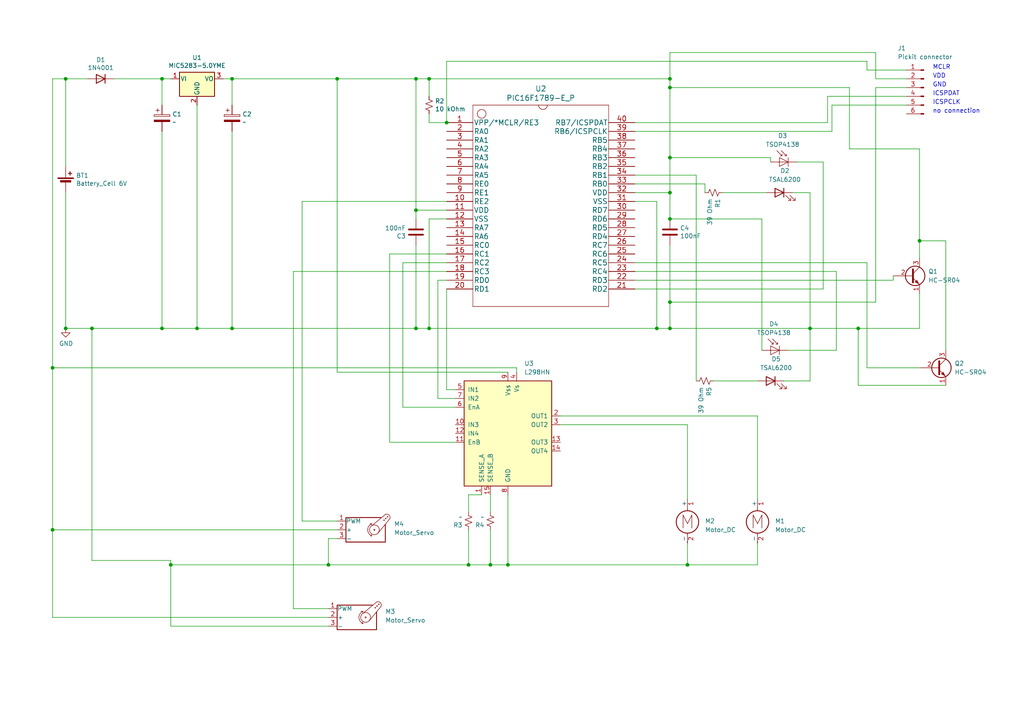
<source format=kicad_sch>
(kicad_sch (version 20231120) (generator "eeschema") (generator_version "8.0")
  (paper "A4")
  (lib_symbols
    (symbol "2022-10-11_09-49-49:PIC16F1789-E_P" (pin_names (offset 0.254))
      (property "Reference" "U" (at 24.13 12.7 0))
      (property "Value" "PIC16F1789-E_P" (at 24.13 10.16 0))
      (symbol "PIC16F1789-E_P_1_1"
        (polyline (pts (xy 7.62 5.08) (xy 7.62 -53.34)) (stroke (width 0.127)))
        (polyline (pts (xy 7.62 5.08) (xy 46.99 5.08)))
        (polyline (pts (xy 46.99 -53.34) (xy 7.62 -53.34)))
        (polyline (pts (xy 46.99 -53.34) (xy 46.99 5.08)) (stroke (width 0.127)))
        (circle (center 10.16 2.54) (radius 1.27))
        (arc (start 26.67 5.08) (mid 27.94 3.81) (end 29.21 5.08))
        (pin bidirectional line (at 0 0 0) (length 7.62) (name "VPP/*MCLR/RE3") (number "1"))
        (pin bidirectional line (at 0 -22.86 0) (length 7.62) (name "RE2") (number "10"))
        (pin power_in line (at 0 -25.4 0) (length 7.62) (name "VDD") (number "11"))
        (pin power_in line (at 0 -27.94 0) (length 7.62) (name "VSS") (number "12"))
        (pin bidirectional line (at 0 -30.48 0) (length 7.62) (name "RA7") (number "13"))
        (pin bidirectional line (at 0 -33.02 0) (length 7.62) (name "RA6") (number "14"))
        (pin bidirectional line (at 0 -35.56 0) (length 7.62) (name "RC0") (number "15"))
        (pin bidirectional line (at 0 -38.1 0) (length 7.62) (name "RC1") (number "16"))
        (pin bidirectional line (at 0 -40.64 0) (length 7.62) (name "RC2") (number "17"))
        (pin bidirectional line (at 0 -43.18 0) (length 7.62) (name "RC3") (number "18"))
        (pin bidirectional line (at 0 -45.72 0) (length 7.62) (name "RD0") (number "19"))
        (pin bidirectional line (at 0 -2.54 0) (length 7.62) (name "RA0") (number "2"))
        (pin bidirectional line (at 0 -48.26 0) (length 7.62) (name "RD1") (number "20"))
        (pin bidirectional line (at 54.61 -48.26 180) (length 7.62) (name "RD2") (number "21"))
        (pin bidirectional line (at 54.61 -45.72 180) (length 7.62) (name "RD3") (number "22"))
        (pin bidirectional line (at 54.61 -43.18 180) (length 7.62) (name "RC4") (number "23"))
        (pin bidirectional line (at 54.61 -40.64 180) (length 7.62) (name "RC5") (number "24"))
        (pin bidirectional line (at 54.61 -38.1 180) (length 7.62) (name "RC6") (number "25"))
        (pin bidirectional line (at 54.61 -35.56 180) (length 7.62) (name "RC7") (number "26"))
        (pin bidirectional line (at 54.61 -33.02 180) (length 7.62) (name "RD4") (number "27"))
        (pin bidirectional line (at 54.61 -30.48 180) (length 7.62) (name "RD5") (number "28"))
        (pin bidirectional line (at 54.61 -27.94 180) (length 7.62) (name "RD6") (number "29"))
        (pin bidirectional line (at 0 -5.08 0) (length 7.62) (name "RA1") (number "3"))
        (pin bidirectional line (at 54.61 -25.4 180) (length 7.62) (name "RD7") (number "30"))
        (pin power_in line (at 54.61 -22.86 180) (length 7.62) (name "VSS") (number "31"))
        (pin power_in line (at 54.61 -20.32 180) (length 7.62) (name "VDD") (number "32"))
        (pin bidirectional line (at 54.61 -17.78 180) (length 7.62) (name "RB0") (number "33"))
        (pin bidirectional line (at 54.61 -15.24 180) (length 7.62) (name "RB1") (number "34"))
        (pin bidirectional line (at 54.61 -12.7 180) (length 7.62) (name "RB2") (number "35"))
        (pin bidirectional line (at 54.61 -10.16 180) (length 7.62) (name "RB3") (number "36"))
        (pin bidirectional line (at 54.61 -7.62 180) (length 7.62) (name "RB4") (number "37"))
        (pin bidirectional line (at 54.61 -5.08 180) (length 7.62) (name "RB5") (number "38"))
        (pin bidirectional line (at 54.61 -2.54 180) (length 7.62) (name "RB6/ICSPCLK") (number "39"))
        (pin bidirectional line (at 0 -7.62 0) (length 7.62) (name "RA2") (number "4"))
        (pin bidirectional line (at 54.61 0 180) (length 7.62) (name "RB7/ICSPDAT") (number "40"))
        (pin bidirectional line (at 0 -10.16 0) (length 7.62) (name "RA3") (number "5"))
        (pin bidirectional line (at 0 -12.7 0) (length 7.62) (name "RA4") (number "6"))
        (pin bidirectional line (at 0 -15.24 0) (length 7.62) (name "RA5") (number "7"))
        (pin bidirectional line (at 0 -17.78 0) (length 7.62) (name "RE0") (number "8"))
        (pin bidirectional line (at 0 -20.32 0) (length 7.62) (name "RE1") (number "9"))
      )
    )
    (symbol "Device:Battery_Cell" (pin_numbers hide) (pin_names (offset 0) hide)
      (property "Reference" "BT" (at 2.54 2.54 0))
      (property "Value" "Battery_Cell" (at 2.54 0 0))
      (symbol "Battery_Cell_0_1"
        (rectangle (start -2.286 1.778) (end 2.286 1.524) (fill (type outline)))
        (rectangle (start -1.524 1.016) (end 1.524 0.508) (fill (type outline)))
        (polyline (pts (xy 0 0.762) (xy 0 0)))
        (polyline (pts (xy 0 1.778) (xy 0 2.54)))
        (polyline (pts (xy 0.762 3.048) (xy 1.778 3.048)) (stroke (width 0.254)))
        (polyline (pts (xy 1.27 3.556) (xy 1.27 2.54)) (stroke (width 0.254)))
      )
      (symbol "Battery_Cell_1_1"
        (pin passive line (at 0 5.08 270) (length 2.54) (name "+") (number "1"))
        (pin passive line (at 0 -2.54 90) (length 2.54) (name "-") (number "2"))
      )
    )
    (symbol "Device:C" (pin_numbers hide) (pin_names (offset 0.254))
      (property "Reference" "C" (at 0.635 2.54 0))
      (property "Value" "C" (at 0.635 -2.54 0))
      (symbol "C_0_1"
        (polyline (pts (xy -2.032 -0.762) (xy 2.032 -0.762)) (stroke (width 0.508)))
        (polyline (pts (xy -2.032 0.762) (xy 2.032 0.762)) (stroke (width 0.508)))
      )
      (symbol "C_1_1"
        (pin passive line (at 0 3.81 270) (length 2.794) (name "~") (number "1"))
        (pin passive line (at 0 -3.81 90) (length 2.794) (name "~") (number "2"))
      )
    )
    (symbol "Device:LED" (pin_numbers hide) (pin_names (offset 1.016) hide)
      (property "Reference" "D" (at 0 2.54 0))
      (property "Value" "LED" (at 0 -2.54 0))
      (symbol "LED_0_1"
        (polyline (pts (xy -1.27 -1.27) (xy -1.27 1.27)) (stroke (width 0.254)))
        (polyline (pts (xy -1.27 0) (xy 1.27 0)))
        (polyline (pts (xy 1.27 -1.27) (xy 1.27 1.27) (xy -1.27 0) (xy 1.27 -1.27)) (stroke (width 0.254)))
        (polyline (pts (xy -3.048 -0.762) (xy -4.572 -2.286) (xy -3.81 -2.286) (xy -4.572 -2.286) (xy -4.572 -1.524)))
        (polyline (pts (xy -1.778 -0.762) (xy -3.302 -2.286) (xy -2.54 -2.286) (xy -3.302 -2.286) (xy -3.302 -1.524)))
      )
      (symbol "LED_1_1"
        (pin passive line (at -3.81 0 0) (length 2.54) (name "K") (number "1"))
        (pin passive line (at 3.81 0 180) (length 2.54) (name "A") (number "2"))
      )
    )
    (symbol "Device:R_Small_US" (pin_numbers hide) (pin_names (offset 0.254) hide)
      (property "Reference" "R" (at 0.762 0.508 0))
      (property "Value" "R_Small_US" (at 0.762 -1.016 0))
      (symbol "R_Small_US_1_1"
        (polyline (pts (xy 0 0) (xy 1.016 -0.381) (xy 0 -0.762) (xy -1.016 -1.143) (xy 0 -1.524)))
        (polyline (pts (xy 0 1.524) (xy 1.016 1.143) (xy 0 0.762) (xy -1.016 0.381) (xy 0 0)))
        (pin passive line (at 0 2.54 270) (length 1.016) (name "~") (number "1"))
        (pin passive line (at 0 -2.54 90) (length 1.016) (name "~") (number "2"))
      )
    )
    (symbol "Diode:1N4001" (pin_numbers hide) (pin_names hide)
      (property "Reference" "D" (at 0 2.54 0))
      (property "Value" "1N4001" (at 0 -2.54 0))
      (symbol "1N4001_0_1"
        (polyline (pts (xy -1.27 1.27) (xy -1.27 -1.27)) (stroke (width 0.254)))
        (polyline (pts (xy 1.27 0) (xy -1.27 0)))
        (polyline (pts (xy 1.27 1.27) (xy 1.27 -1.27) (xy -1.27 0) (xy 1.27 1.27)) (stroke (width 0.254)))
      )
      (symbol "1N4001_1_1"
        (pin passive line (at -3.81 0 0) (length 2.54) (name "K") (number "1"))
        (pin passive line (at 3.81 0 180) (length 2.54) (name "A") (number "2"))
      )
    )
    (symbol "Driver_Motor:L298HN" (pin_names (offset 1.016))
      (property "Reference" "U" (at -10.16 16.51 0))
      (property "Value" "L298HN" (at 12.7 16.51 0))
      (symbol "L298HN_0_1"
        (rectangle (start -12.7 15.24) (end 12.7 -15.24) (stroke (width 0.254)) (fill (type background)))
      )
      (symbol "L298HN_1_1"
        (pin power_in line (at -7.62 -17.78 90) (length 2.54) (name "SENSE_A") (number "1"))
        (pin input line (at -15.24 2.54 0) (length 2.54) (name "IN3") (number "10"))
        (pin input line (at -15.24 -2.54 0) (length 2.54) (name "EnB") (number "11"))
        (pin input line (at -15.24 0 0) (length 2.54) (name "IN4") (number "12"))
        (pin output line (at 15.24 -2.54 180) (length 2.54) (name "OUT3") (number "13"))
        (pin output line (at 15.24 -5.08 180) (length 2.54) (name "OUT4") (number "14"))
        (pin power_in line (at -5.08 -17.78 90) (length 2.54) (name "SENSE_B") (number "15"))
        (pin output line (at 15.24 5.08 180) (length 2.54) (name "OUT1") (number "2"))
        (pin output line (at 15.24 2.54 180) (length 2.54) (name "OUT2") (number "3"))
        (pin power_in line (at 2.54 17.78 270) (length 2.54) (name "Vs") (number "4"))
        (pin input line (at -15.24 12.7 0) (length 2.54) (name "IN1") (number "5"))
        (pin input line (at -15.24 7.62 0) (length 2.54) (name "EnA") (number "6"))
        (pin input line (at -15.24 10.16 0) (length 2.54) (name "IN2") (number "7"))
        (pin power_in line (at 0 -17.78 90) (length 2.54) (name "GND") (number "8"))
        (pin power_in line (at 0 17.78 270) (length 2.54) (name "Vss") (number "9"))
      )
    )
    (symbol "EMB_Blinky-rescue:CP-Device" (pin_numbers hide) (pin_names (offset 0.254))
      (property "Reference" "C" (at 0.635 2.54 0))
      (property "Value" "Device_CP" (at 0.635 -2.54 0))
      (symbol "CP-Device_0_1"
        (rectangle (start -2.286 0.508) (end 2.286 1.016))
        (polyline (pts (xy -1.778 2.286) (xy -0.762 2.286)))
        (polyline (pts (xy -1.27 2.794) (xy -1.27 1.778)))
        (rectangle (start 2.286 -0.508) (end -2.286 -1.016) (fill (type outline)))
      )
      (symbol "CP-Device_1_1"
        (pin passive line (at 0 3.81 270) (length 2.794) (name "~") (number "1"))
        (pin passive line (at 0 -3.81 90) (length 2.794) (name "~") (number "2"))
      )
    )
    (symbol "EMB_Blinky-rescue:Conn_01x06_Male-Connector" (pin_names (offset 1.016) hide)
      (property "Reference" "J" (at 0 7.62 0))
      (property "Value" "Connector_Conn_01x06_Male" (at 0 -10.16 0))
      (symbol "Conn_01x06_Male-Connector_1_1"
        (polyline (pts (xy 1.27 -7.62) (xy 0.8636 -7.62)) (stroke (width 0.1524)))
        (polyline (pts (xy 1.27 -5.08) (xy 0.8636 -5.08)) (stroke (width 0.1524)))
        (polyline (pts (xy 1.27 -2.54) (xy 0.8636 -2.54)) (stroke (width 0.1524)))
        (polyline (pts (xy 1.27 0) (xy 0.8636 0)) (stroke (width 0.1524)))
        (polyline (pts (xy 1.27 2.54) (xy 0.8636 2.54)) (stroke (width 0.1524)))
        (polyline (pts (xy 1.27 5.08) (xy 0.8636 5.08)) (stroke (width 0.1524)))
        (rectangle (start 0.8636 -7.493) (end 0 -7.747) (stroke (width 0.1524)) (fill (type outline)))
        (rectangle (start 0.8636 -4.953) (end 0 -5.207) (stroke (width 0.1524)) (fill (type outline)))
        (rectangle (start 0.8636 -2.413) (end 0 -2.667) (stroke (width 0.1524)) (fill (type outline)))
        (rectangle (start 0.8636 0.127) (end 0 -0.127) (stroke (width 0.1524)) (fill (type outline)))
        (rectangle (start 0.8636 2.667) (end 0 2.413) (stroke (width 0.1524)) (fill (type outline)))
        (rectangle (start 0.8636 5.207) (end 0 4.953) (stroke (width 0.1524)) (fill (type outline)))
        (pin passive line (at 5.08 5.08 180) (length 3.81) (name "Pin_1") (number "1"))
        (pin passive line (at 5.08 2.54 180) (length 3.81) (name "Pin_2") (number "2"))
        (pin passive line (at 5.08 0 180) (length 3.81) (name "Pin_3") (number "3"))
        (pin passive line (at 5.08 -2.54 180) (length 3.81) (name "Pin_4") (number "4"))
        (pin passive line (at 5.08 -5.08 180) (length 3.81) (name "Pin_5") (number "5"))
        (pin passive line (at 5.08 -7.62 180) (length 3.81) (name "Pin_6") (number "6"))
      )
    )
    (symbol "EMB_Blinky-rescue:GND-power" (power) (pin_names (offset 0))
      (property "Value" "power_GND" (at 0 -3.81 0))
      (symbol "GND-power_0_1"
        (polyline (pts (xy 0 0) (xy 0 -1.27) (xy 1.27 -1.27) (xy 0 -2.54) (xy -1.27 -1.27) (xy 0 -1.27)))
      )
      (symbol "GND-power_1_1"
        (pin power_in line (at 0 0 270) (length 0) hide (name "GND") (number "1"))
      )
    )
    (symbol "Motor:Motor_DC" (pin_names (offset 0))
      (property "Reference" "M" (at 2.54 2.54 0))
      (property "Value" "Motor_DC" (at 2.54 -5.08 0))
      (symbol "Motor_DC_0_0"
        (polyline (pts (xy -1.27 -3.302) (xy -1.27 0.508) (xy 0 -2.032) (xy 1.27 0.508) (xy 1.27 -3.302)))
      )
      (symbol "Motor_DC_0_1"
        (circle (center 0 -1.524) (radius 3.2512) (stroke (width 0.254)))
        (polyline (pts (xy 0 -7.62) (xy 0 -7.112)))
        (polyline (pts (xy 0 -4.7752) (xy 0 -5.1816)))
        (polyline (pts (xy 0 1.7272) (xy 0 2.0828)))
        (polyline (pts (xy 0 2.032) (xy 0 2.54)))
      )
      (symbol "Motor_DC_1_1"
        (pin passive line (at 0 5.08 270) (length 2.54) (name "+") (number "1"))
        (pin passive line (at 0 -7.62 90) (length 2.54) (name "-") (number "2"))
      )
    )
    (symbol "Motor:Motor_Servo" (pin_names (offset 0.0254))
      (property "Reference" "M" (at -5.08 4.445 0))
      (property "Value" "Motor_Servo" (at -5.08 -4.064 0))
      (symbol "Motor_Servo_0_1"
        (polyline (pts (xy 2.413 -1.778) (xy 2.032 -1.778)))
        (polyline (pts (xy 2.413 -1.778) (xy 2.286 -1.397)))
        (polyline (pts (xy 2.413 1.778) (xy 1.905 1.778)))
        (polyline (pts (xy 2.413 1.778) (xy 2.286 1.397)))
        (polyline (pts (xy 6.35 4.445) (xy 2.54 1.27)))
        (polyline (pts (xy 7.62 3.175) (xy 4.191 -1.016)))
        (polyline (pts (xy 5.08 3.556) (xy -5.08 3.556) (xy -5.08 -3.556) (xy 6.35 -3.556) (xy 6.35 1.524)) (stroke (width 0.254)))
        (arc (start 2.413 1.778) (mid 1.2406 0) (end 2.413 -1.778))
        (circle (center 3.175 0) (radius 0.1778))
        (circle (center 3.175 0) (radius 1.4224))
        (circle (center 5.969 2.794) (radius 0.127))
        (circle (center 6.477 3.302) (radius 0.127))
        (circle (center 6.985 3.81) (radius 0.127))
        (arc (start 7.62 3.175) (mid 7.4485 4.2735) (end 6.35 4.445))
      )
      (symbol "Motor_Servo_1_1"
        (pin passive line (at -7.62 2.54 0) (length 2.54) (name "PWM") (number "1"))
        (pin passive line (at -7.62 0 0) (length 2.54) (name "+") (number "2"))
        (pin passive line (at -7.62 -2.54 0) (length 2.54) (name "-") (number "3"))
      )
    )
    (symbol "Regulator_Linear:LM7805_TO220" (pin_names (offset 0.254))
      (property "Reference" "U" (at -3.81 3.175 0))
      (property "Value" "LM7805_TO220" (at 0 3.175 0))
      (symbol "LM7805_TO220_0_1"
        (rectangle (start -5.08 1.905) (end 5.08 -5.08) (stroke (width 0.254)) (fill (type background)))
      )
      (symbol "LM7805_TO220_1_1"
        (pin power_in line (at -7.62 0 0) (length 2.54) (name "VI") (number "1"))
        (pin power_in line (at 0 -7.62 90) (length 2.54) (name "GND") (number "2"))
        (pin power_out line (at 7.62 0 180) (length 2.54) (name "VO") (number "3"))
      )
    )
    (symbol "Sensor_Optical:SFH203FA" (pin_numbers hide) (pin_names hide)
      (property "Reference" "D" (at 0.508 1.778 0))
      (property "Value" "SFH203FA" (at -1.016 -2.794 0))
      (symbol "SFH203FA_0_1"
        (polyline (pts (xy -2.54 0) (xy 0 0)))
        (polyline (pts (xy -2.54 1.27) (xy -2.54 -1.27)) (stroke (width 0.1524)))
        (polyline (pts (xy -2.032 1.778) (xy -1.524 1.778)))
        (polyline (pts (xy 0 -1.27) (xy 0 1.27)))
        (polyline (pts (xy -0.508 3.302) (xy -2.032 1.778) (xy -2.032 2.286)))
        (polyline (pts (xy 0 1.27) (xy -2.54 0) (xy 0 -1.27)))
        (polyline (pts (xy 0.762 3.302) (xy -0.762 1.778) (xy -0.762 2.286) (xy -0.762 1.778) (xy -0.254 1.778)))
      )
      (symbol "SFH203FA_1_1"
        (pin passive line (at -5.08 0 0) (length 2.54) (name "K") (number "1"))
        (pin passive line (at 2.54 0 180) (length 2.54) (name "A") (number "2"))
      )
    )
    (symbol "Transistor_BJT:BC107" (pin_names (offset 0) hide)
      (property "Reference" "Q" (at 5.08 1.905 0))
      (property "Value" "BC107" (at 5.08 0 0))
      (symbol "BC107_0_1"
        (polyline (pts (xy 0.635 0.635) (xy 2.54 2.54)))
        (polyline (pts (xy 0.635 -0.635) (xy 2.54 -2.54) (xy 2.54 -2.54)))
        (polyline (pts (xy 0.635 1.905) (xy 0.635 -1.905) (xy 0.635 -1.905)) (stroke (width 0.508)))
        (polyline (pts (xy 1.27 -1.778) (xy 1.778 -1.27) (xy 2.286 -2.286) (xy 1.27 -1.778) (xy 1.27 -1.778)) (fill (type outline)))
        (circle (center 1.27 0) (radius 2.8194) (stroke (width 0.254)))
      )
      (symbol "BC107_1_1"
        (pin passive line (at 2.54 -5.08 90) (length 2.54) (name "E") (number "1"))
        (pin input line (at -5.08 0 0) (length 5.715) (name "B") (number "2"))
        (pin passive line (at 2.54 5.08 270) (length 2.54) (name "C") (number "3"))
      )
    )
  )
  (junction (at 19.05 95.25))
  (junction (at 49.53 163.83))
  (junction (at 46.99 22.86))
  (junction (at 124.46 95.25))
  (junction (at 194.31 25.4))
  (junction (at 194.31 63.5))
  (junction (at 194.31 22.86))
  (junction (at 199.39 163.83))
  (junction (at 194.31 95.25))
  (junction (at 67.31 95.25))
  (junction (at 120.65 60.96))
  (junction (at 15.24 153.67))
  (junction (at 19.05 22.86))
  (junction (at 142.24 163.83))
  (junction (at 194.31 87.63))
  (junction (at 26.67 95.25))
  (junction (at 248.92 95.25))
  (junction (at 234.95 95.25))
  (junction (at 97.79 22.86))
  (junction (at 95.25 163.83))
  (junction (at 120.65 22.86))
  (junction (at 147.32 163.83))
  (junction (at 266.7 69.85))
  (junction (at 190.5 95.25))
  (junction (at 194.31 45.72))
  (junction (at 57.15 95.25))
  (junction (at 67.31 22.86))
  (junction (at 124.46 22.86))
  (junction (at 46.99 95.25))
  (junction (at 129.54 35.56))
  (junction (at 194.31 55.88))
  (junction (at 120.65 95.25))
  (junction (at 15.24 106.68))
  (junction (at 135.89 163.83))
  (wire (pts (xy 132.08 113.03) (xy 129.54 113.03)))
  (wire (pts (xy 19.05 95.25) (xy 26.67 95.25)))
  (wire (pts (xy 129.54 63.5) (xy 124.46 63.5)))
  (wire (pts (xy 64.77 22.86) (xy 67.31 22.86)))
  (wire (pts (xy 194.31 71.12) (xy 194.31 87.63)))
  (wire (pts (xy 15.24 106.68) (xy 15.24 22.86)))
  (wire (pts (xy 116.84 76.2) (xy 129.54 76.2)))
  (wire (pts (xy 194.31 45.72) (xy 223.52 45.72)))
  (wire (pts (xy 49.53 163.83) (xy 95.25 163.83)))
  (wire (pts (xy 223.52 45.72) (xy 223.52 46.99)))
  (wire (pts (xy 194.31 87.63) (xy 254 87.63)))
  (wire (pts (xy 113.03 73.66) (xy 129.54 73.66)))
  (wire (pts (xy 142.24 153.67) (xy 142.24 163.83)))
  (wire (pts (xy 142.24 143.51) (xy 142.24 148.59)))
  (wire (pts (xy 194.31 95.25) (xy 234.95 95.25)))
  (wire (pts (xy 87.63 58.42) (xy 87.63 151.13)))
  (wire (pts (xy 85.09 78.74) (xy 129.54 78.74)))
  (wire (pts (xy 87.63 151.13) (xy 97.79 151.13)))
  (wire (pts (xy 251.46 106.68) (xy 251.46 76.2)))
  (wire (pts (xy 124.46 35.56) (xy 124.46 33.02)))
  (wire (pts (xy 227.33 110.49) (xy 234.95 110.49)))
  (wire (pts (xy 124.46 95.25) (xy 190.5 95.25)))
  (wire (pts (xy 97.79 156.21) (xy 95.25 156.21)))
  (wire (pts (xy 240.03 27.94) (xy 262.89 27.94)))
  (wire (pts (xy 124.46 63.5) (xy 124.46 95.25)))
  (wire (pts (xy 199.39 163.83) (xy 219.71 163.83)))
  (wire (pts (xy 57.15 95.25) (xy 67.31 95.25)))
  (wire (pts (xy 201.93 50.8) (xy 184.15 50.8)))
  (wire (pts (xy 67.31 22.86) (xy 97.79 22.86)))
  (wire (pts (xy 194.31 87.63) (xy 194.31 95.25)))
  (wire (pts (xy 132.08 128.27) (xy 113.03 128.27)))
  (wire (pts (xy 19.05 22.86) (xy 25.4 22.86)))
  (wire (pts (xy 149.86 107.95) (xy 149.86 106.68)))
  (wire (pts (xy 97.79 22.86) (xy 120.65 22.86)))
  (wire (pts (xy 142.24 163.83) (xy 147.32 163.83)))
  (wire (pts (xy 254 25.4) (xy 262.89 25.4)))
  (wire (pts (xy 209.55 55.88) (xy 222.25 55.88)))
  (wire (pts (xy 190.5 95.25) (xy 194.31 95.25)))
  (wire (pts (xy 95.25 163.83) (xy 135.89 163.83)))
  (wire (pts (xy 266.7 69.85) (xy 266.7 43.18)))
  (wire (pts (xy 95.25 181.61) (xy 49.53 181.61)))
  (wire (pts (xy 19.05 48.26) (xy 19.05 22.86)))
  (wire (pts (xy 194.31 22.86) (xy 194.31 25.4)))
  (wire (pts (xy 19.05 22.86) (xy 15.24 22.86)))
  (wire (pts (xy 234.95 110.49) (xy 234.95 95.25)))
  (wire (pts (xy 116.84 118.11) (xy 116.84 76.2)))
  (wire (pts (xy 204.47 53.34) (xy 204.47 55.88)))
  (wire (pts (xy 127 81.28) (xy 129.54 81.28)))
  (wire (pts (xy 132.08 118.11) (xy 116.84 118.11)))
  (wire (pts (xy 194.31 45.72) (xy 194.31 55.88)))
  (wire (pts (xy 274.32 69.85) (xy 274.32 101.6)))
  (wire (pts (xy 87.63 58.42) (xy 129.54 58.42)))
  (wire (pts (xy 147.32 163.83) (xy 199.39 163.83)))
  (wire (pts (xy 124.46 27.94) (xy 124.46 22.86)))
  (wire (pts (xy 251.46 76.2) (xy 184.15 76.2)))
  (wire (pts (xy 149.86 106.68) (xy 15.24 106.68)))
  (wire (pts (xy 113.03 128.27) (xy 113.03 73.66)))
  (wire (pts (xy 46.99 38.1) (xy 46.99 95.25)))
  (wire (pts (xy 194.31 55.88) (xy 194.31 63.5)))
  (wire (pts (xy 184.15 58.42) (xy 190.5 58.42)))
  (wire (pts (xy 248.92 95.25) (xy 234.95 95.25)))
  (wire (pts (xy 241.3 30.48) (xy 241.3 38.1)))
  (wire (pts (xy 274.32 111.76) (xy 248.92 111.76)))
  (wire (pts (xy 266.7 43.18) (xy 246.38 43.18)))
  (wire (pts (xy 46.99 95.25) (xy 57.15 95.25)))
  (wire (pts (xy 162.56 123.19) (xy 199.39 123.19)))
  (wire (pts (xy 15.24 153.67) (xy 15.24 179.07)))
  (wire (pts (xy 241.3 38.1) (xy 184.15 38.1)))
  (wire (pts (xy 194.31 15.24) (xy 194.31 22.86)))
  (wire (pts (xy 95.25 156.21) (xy 95.25 163.83)))
  (wire (pts (xy 251.46 20.32) (xy 262.89 20.32)))
  (wire (pts (xy 251.46 106.68) (xy 266.7 106.68)))
  (wire (pts (xy 251.46 17.78) (xy 251.46 20.32)))
  (wire (pts (xy 139.7 143.51) (xy 135.89 143.51)))
  (wire (pts (xy 120.65 71.12) (xy 120.65 95.25)))
  (wire (pts (xy 199.39 157.48) (xy 199.39 163.83)))
  (wire (pts (xy 240.03 35.56) (xy 184.15 35.56)))
  (wire (pts (xy 67.31 38.1) (xy 67.31 95.25)))
  (wire (pts (xy 147.32 107.95) (xy 97.79 107.95)))
  (wire (pts (xy 241.3 30.48) (xy 262.89 30.48)))
  (wire (pts (xy 234.95 55.88) (xy 234.95 95.25)))
  (wire (pts (xy 120.65 60.96) (xy 120.65 22.86)))
  (wire (pts (xy 147.32 143.51) (xy 147.32 163.83)))
  (wire (pts (xy 254 87.63) (xy 254 25.4)))
  (wire (pts (xy 266.7 85.09) (xy 266.7 95.25)))
  (wire (pts (xy 266.7 74.93) (xy 266.7 69.85)))
  (wire (pts (xy 190.5 58.42) (xy 190.5 95.25)))
  (wire (pts (xy 19.05 55.88) (xy 19.05 95.25)))
  (wire (pts (xy 220.98 63.5) (xy 220.98 101.6)))
  (wire (pts (xy 242.57 101.6) (xy 242.57 78.74)))
  (wire (pts (xy 248.92 111.76) (xy 248.92 95.25)))
  (wire (pts (xy 97.79 153.67) (xy 15.24 153.67)))
  (wire (pts (xy 67.31 95.25) (xy 120.65 95.25)))
  (wire (pts (xy 15.24 106.68) (xy 15.24 153.67)))
  (wire (pts (xy 124.46 22.86) (xy 194.31 22.86)))
  (wire (pts (xy 266.7 69.85) (xy 274.32 69.85)))
  (wire (pts (xy 184.15 55.88) (xy 194.31 55.88)))
  (wire (pts (xy 129.54 35.56) (xy 124.46 35.56)))
  (wire (pts (xy 95.25 179.07) (xy 15.24 179.07)))
  (wire (pts (xy 120.65 95.25) (xy 124.46 95.25)))
  (wire (pts (xy 266.7 95.25) (xy 248.92 95.25)))
  (wire (pts (xy 120.65 60.96) (xy 120.65 63.5)))
  (wire (pts (xy 49.53 181.61) (xy 49.53 163.83)))
  (wire (pts (xy 85.09 176.53) (xy 95.25 176.53)))
  (wire (pts (xy 129.54 35.56) (xy 129.54 17.78)))
  (wire (pts (xy 33.02 22.86) (xy 46.99 22.86)))
  (wire (pts (xy 49.53 163.83) (xy 49.53 162.56)))
  (wire (pts (xy 194.31 15.24) (xy 254 15.24)))
  (wire (pts (xy 240.03 27.94) (xy 240.03 35.56)))
  (wire (pts (xy 57.15 30.48) (xy 57.15 95.25)))
  (wire (pts (xy 201.93 50.8) (xy 201.93 110.49)))
  (wire (pts (xy 67.31 22.86) (xy 67.31 30.48)))
  (wire (pts (xy 184.15 53.34) (xy 204.47 53.34)))
  (wire (pts (xy 129.54 113.03) (xy 129.54 83.82)))
  (wire (pts (xy 246.38 25.4) (xy 194.31 25.4)))
  (wire (pts (xy 228.6 101.6) (xy 242.57 101.6)))
  (wire (pts (xy 129.54 60.96) (xy 120.65 60.96)))
  (wire (pts (xy 162.56 120.65) (xy 219.71 120.65)))
  (wire (pts (xy 26.67 162.56) (xy 26.67 95.25)))
  (wire (pts (xy 85.09 176.53) (xy 85.09 78.74)))
  (wire (pts (xy 242.57 78.74) (xy 184.15 78.74)))
  (wire (pts (xy 219.71 157.48) (xy 219.71 163.83)))
  (wire (pts (xy 129.54 17.78) (xy 251.46 17.78)))
  (wire (pts (xy 220.98 63.5) (xy 194.31 63.5)))
  (wire (pts (xy 46.99 22.86) (xy 46.99 30.48)))
  (wire (pts (xy 132.08 115.57) (xy 127 115.57)))
  (wire (pts (xy 207.01 110.49) (xy 219.71 110.49)))
  (wire (pts (xy 26.67 95.25) (xy 46.99 95.25)))
  (wire (pts (xy 219.71 120.65) (xy 219.71 144.78)))
  (wire (pts (xy 49.53 162.56) (xy 26.67 162.56)))
  (wire (pts (xy 199.39 123.19) (xy 199.39 144.78)))
  (wire (pts (xy 127 115.57) (xy 127 81.28)))
  (wire (pts (xy 135.89 153.67) (xy 135.89 163.83)))
  (wire (pts (xy 254 22.86) (xy 262.89 22.86)))
  (wire (pts (xy 46.99 22.86) (xy 49.53 22.86)))
  (wire (pts (xy 229.87 55.88) (xy 234.95 55.88)))
  (wire (pts (xy 259.08 81.28) (xy 184.15 81.28)))
  (wire (pts (xy 238.76 83.82) (xy 184.15 83.82)))
  (wire (pts (xy 194.31 25.4) (xy 194.31 45.72)))
  (wire (pts (xy 259.08 80.01) (xy 259.08 81.28)))
  (wire (pts (xy 97.79 107.95) (xy 97.79 22.86)))
  (wire (pts (xy 246.38 43.18) (xy 246.38 25.4)))
  (wire (pts (xy 238.76 46.99) (xy 238.76 83.82)))
  (wire (pts (xy 231.14 46.99) (xy 238.76 46.99)))
  (wire (pts (xy 120.65 22.86) (xy 124.46 22.86)))
  (wire (pts (xy 135.89 143.51) (xy 135.89 148.59)))
  (wire (pts (xy 254 15.24) (xy 254 22.86)))
  (wire (pts (xy 135.89 163.83) (xy 142.24 163.83)))
  (text "ICSPCLK" (at 270.51 30.48 0) (effects (font (size 1.27 1.27)) (justify left bottom)))
  (text "ICSPDAT" (at 270.51 27.94 0) (effects (font (size 1.27 1.27)) (justify left bottom)))
  (text "VDD" (at 270.51 22.86 0) (effects (font (size 1.27 1.27)) (justify left bottom)))
  (text "MCLR" (at 270.51 20.32 0) (effects (font (size 1.27 1.27)) (justify left bottom)))
  (text "no connection" (at 270.51 33.02 0) (effects (font (size 1.27 1.27)) (justify left bottom)))
  (text "GND" (at 270.51 25.4 0) (effects (font (size 1.27 1.27)) (justify left bottom)))
  (symbol (lib_id "Device:R_Small_US") (at 135.89 151.13 0) (unit 1)
    (property "Reference" "R3" (at 134.1628 152.2984 0) (effects (justify right)))
    (property "Value" "~" (at 134.1628 149.987 0) (effects (justify right)))
  )
  (symbol (lib_id "Diode:1N4001") (at 29.21 22.86 180) (unit 1)
    (property "Reference" "D1" (at 29.21 17.3482 0))
    (property "Value" "1N4001" (at 29.21 19.6596 0))
    (property "Footprint" "Diode_THT:D_DO-41_SOD81_P10.16mm_Horizontal" (effects (hide yes)))
    (property "Datasheet" "http://www.vishay.com/docs/88503/1n4001.pdf" (effects (hide yes)))
  )
  (symbol (lib_id "EMB_Blinky-rescue:GND-power") (at 19.05 95.25 0) (unit 1)
    (property "Reference" "#PWR01" (effects (hide yes)))
    (property "Value" "GND" (at 19.177 99.6442 0))
  )
  (symbol (lib_id "Device:R_Small_US") (at 124.46 30.48 180) (unit 1)
    (property "Reference" "R2" (at 126.1872 29.3116 0) (effects (justify right)))
    (property "Value" "10 kOhm" (at 126.1872 31.623 0) (effects (justify right)))
  )
  (symbol (lib_id "Device:R_Small_US") (at 207.01 55.88 90) (unit 1)
    (property "Reference" "R1" (at 208.1784 57.6072 0) (effects (justify right)))
    (property "Value" "39 Ohm" (at 205.867 57.6072 0) (effects (justify right)))
  )
  (symbol (lib_id "Motor:Motor_DC") (at 199.39 149.86 0) (unit 1)
    (property "Reference" "M2" (at 204.47 151.1299 0) (effects (justify left)))
    (property "Value" "Motor_DC" (at 204.47 153.6699 0) (effects (justify left)))
    (property "Description" "DC Motor" (effects (hide yes)))
  )
  (symbol (lib_id "Driver_Motor:L298HN") (at 147.32 125.73 0) (unit 1)
    (property "Reference" "U3" (at 152.0541 105.41 0) (effects (justify left)))
    (property "Value" "L298HN" (at 152.0541 107.95 0) (effects (justify left)))
    (property "Footprint" "Package_TO_SOT_THT:TO-220-15_P2.54x2.54mm_StaggerOdd_Lead5.84mm_TabDown" (effects (hide yes)))
    (property "Datasheet" "http://www.st.com/st-web-ui/static/active/en/resource/technical/document/datasheet/CD00000240.pdf" (effects (hide yes)))
    (property "Description" "Dual full bridge motor driver, up to 46V, 4A, Multiwatt15-H" (effects (hide yes)))
  )
  (symbol (lib_id "Motor:Motor_Servo") (at 105.41 153.67 0) (unit 1)
    (property "Reference" "M4" (at 114.3 151.9665 0) (effects (justify left)))
    (property "Value" "Motor_Servo" (at 114.3 154.5065 0) (effects (justify left)))
    (property "Datasheet" "http://forums.parallax.com/uploads/attachments/46831/74481.png" (effects (hide yes)))
    (property "Description" "Servo Motor (Futaba, HiTec, JR connector)" (effects (hide yes)))
  )
  (symbol (lib_id "Transistor_BJT:BC107") (at 271.78 106.68 0) (unit 1)
    (property "Reference" "Q2" (at 276.86 105.4099 0) (effects (justify left)))
    (property "Value" "HC-SR04" (at 276.86 107.9499 0) (effects (justify left)))
    (property "Footprint" "Package_TO_SOT_THT:TO-18-3" (effects (hide yes)))
    (property "Datasheet" "http://www.b-kainka.de/Daten/Transistor/BC108.pdf" (effects (hide yes)))
    (property "Description" "0.1A Ic, 50V Vce, Low Noise General Purpose NPN Transistor, TO-18" (effects (hide yes)))
  )
  (symbol (lib_id "Device:R_Small_US") (at 142.24 151.13 0) (unit 1)
    (property "Reference" "R4" (at 140.5128 152.2984 0) (effects (justify right)))
    (property "Value" "~" (at 140.5128 149.987 0) (effects (justify right)))
  )
  (symbol (lib_id "Transistor_BJT:BC107") (at 264.16 80.01 0) (unit 1)
    (property "Reference" "Q1" (at 269.24 78.7399 0) (effects (justify left)))
    (property "Value" "HC-SR04" (at 269.24 81.2799 0) (effects (justify left)))
    (property "Footprint" "Package_TO_SOT_THT:TO-18-3" (effects (hide yes)))
    (property "Datasheet" "http://www.b-kainka.de/Daten/Transistor/BC108.pdf" (effects (hide yes)))
    (property "Description" "0.1A Ic, 50V Vce, Low Noise General Purpose NPN Transistor, TO-18" (effects (hide yes)))
  )
  (symbol (lib_id "EMB_Blinky-rescue:CP-Device") (at 46.99 34.29 0) (unit 1)
    (property "Reference" "C1" (at 49.9872 33.1216 0) (effects (justify left)))
    (property "Value" "~" (at 49.9872 35.433 0) (effects (justify left)))
  )
  (symbol (lib_id "2022-10-11_09-49-49:PIC16F1789-E_P") (at 129.54 35.56 0) (unit 1)
    (property "Reference" "U2" (at 156.845 25.7302 0) (effects (font (size 1.524 1.524))))
    (property "Value" "PIC16F1789-E_P" (at 156.845 28.4226 0) (effects (font (size 1.524 1.524))))
    (property "Footprint" "PDIP40_600MC_MCH" (effects (hide yes)))
  )
  (symbol (lib_id "Device:LED") (at 226.06 55.88 0) (mirror y) (unit 1)
    (property "Reference" "D2" (at 227.6475 49.53 0))
    (property "Value" "TSAL6200" (at 227.6475 52.07 0))
    (property "Description" "Light emitting diode" (effects (hide yes)))
  )
  (symbol (lib_id "Regulator_Linear:LM7805_TO220") (at 57.15 22.86 0) (unit 1)
    (property "Reference" "U1" (at 57.15 16.7132 0))
    (property "Value" "MIC5283-5.0YME" (at 57.15 19.0246 0))
    (property "Footprint" "Package_TO_SOT_THT:TO-220-3_Vertical" (effects (hide yes)))
    (property "Datasheet" "https://www.onsemi.cn/PowerSolutions/document/MC7800-D.PDF" (effects (hide yes)))
  )
  (symbol (lib_id "Sensor_Optical:SFH203FA") (at 223.52 101.6 0) (mirror y) (unit 1)
    (property "Reference" "D4" (at 224.4471 93.98 0))
    (property "Value" "TSOP4138" (at 224.4471 96.52 0))
    (property "Footprint" "LED_THT:LED_D5.0mm_IRGrey" (effects (hide yes)))
    (property "Datasheet" "http://www.osram-os.com/Graphics/XPic9/00101656_0.pdf/SFH%20203,%20SFH%20203%20FA,%20Lead%20(Pb)%20Free%20Product%20-%20RoHS%20Compliant.pdf" (effects (hide yes)))
    (property "Description" "Silicon PIN Photodiode with Daylight Blocking Filter" (effects (hide yes)))
  )
  (symbol (lib_id "Device:LED") (at 223.52 110.49 0) (mirror y) (unit 1)
    (property "Reference" "D5" (at 225.1075 104.14 0))
    (property "Value" "TSAL6200" (at 225.1075 106.68 0))
    (property "Description" "Light emitting diode" (effects (hide yes)))
  )
  (symbol (lib_id "EMB_Blinky-rescue:Conn_01x06_Male-Connector") (at 267.97 25.4 0) (mirror y) (unit 1)
    (property "Reference" "J1" (at 260.35 13.97 0) (effects (justify right)))
    (property "Value" "Pickit connector" (at 260.35 16.51 0) (effects (justify right)))
  )
  (symbol (lib_id "Device:C") (at 194.31 67.31 0) (unit 1)
    (property "Reference" "C4" (at 197.231 66.1416 0) (effects (justify left)))
    (property "Value" "100nF" (at 197.231 68.453 0) (effects (justify left)))
  )
  (symbol (lib_id "Motor:Motor_DC") (at 219.71 149.86 0) (unit 1)
    (property "Reference" "M1" (at 224.79 151.1299 0) (effects (justify left)))
    (property "Value" "Motor_DC" (at 224.79 153.6699 0) (effects (justify left)))
    (property "Description" "DC Motor" (effects (hide yes)))
  )
  (symbol (lib_id "Device:C") (at 120.65 67.31 180) (unit 1)
    (property "Reference" "C3" (at 117.729 68.4784 0) (effects (justify left)))
    (property "Value" "100nF" (at 117.729 66.167 0) (effects (justify left)))
  )
  (symbol (lib_id "Device:Battery_Cell") (at 19.05 53.34 0) (unit 1)
    (property "Reference" "BT1" (at 22.0472 50.9016 0) (effects (justify left)))
    (property "Value" "Battery_Cell 6V" (at 22.0472 53.213 0) (effects (justify left)))
  )
  (symbol (lib_id "EMB_Blinky-rescue:CP-Device") (at 67.31 34.29 0) (unit 1)
    (property "Reference" "C2" (at 70.3072 33.1216 0) (effects (justify left)))
    (property "Value" "~" (at 70.3072 35.433 0) (effects (justify left)))
  )
  (symbol (lib_id "Device:R_Small_US") (at 204.47 110.49 90) (unit 1)
    (property "Reference" "R5" (at 205.6384 112.2172 0) (effects (justify right)))
    (property "Value" "39 Ohm" (at 203.327 112.2172 0) (effects (justify right)))
  )
  (symbol (lib_id "Motor:Motor_Servo") (at 102.87 179.07 0) (unit 1)
    (property "Reference" "M3" (at 111.76 177.3665 0) (effects (justify left)))
    (property "Value" "Motor_Servo" (at 111.76 179.9065 0) (effects (justify left)))
    (property "Datasheet" "http://forums.parallax.com/uploads/attachments/46831/74481.png" (effects (hide yes)))
    (property "Description" "Servo Motor (Futaba, HiTec, JR connector)" (effects (hide yes)))
  )
  (symbol (lib_id "Sensor_Optical:SFH203FA") (at 226.06 46.99 0) (mirror y) (unit 1)
    (property "Reference" "D3" (at 226.9871 39.37 0))
    (property "Value" "TSOP4138" (at 226.9871 41.91 0))
    (property "Footprint" "LED_THT:LED_D5.0mm_IRGrey" (effects (hide yes)))
    (property "Datasheet" "http://www.osram-os.com/Graphics/XPic9/00101656_0.pdf/SFH%20203,%20SFH%20203%20FA,%20Lead%20(Pb)%20Free%20Product%20-%20RoHS%20Compliant.pdf" (effects (hide yes)))
    (property "Description" "Silicon PIN Photodiode with Daylight Blocking Filter" (effects (hide yes)))
  )
)
</source>
